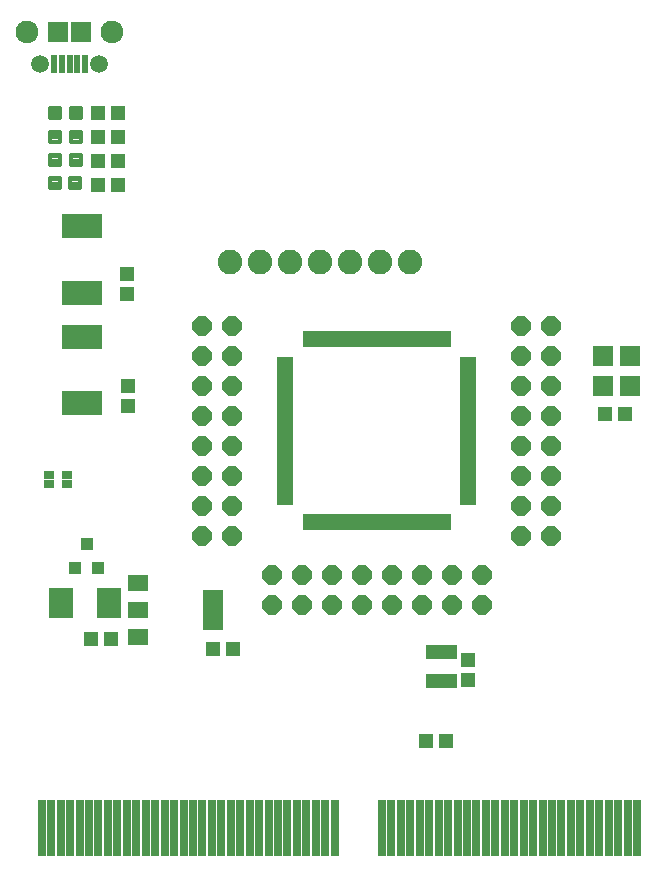
<source format=gts>
G75*
%MOIN*%
%OFA0B0*%
%FSLAX25Y25*%
%IPPOS*%
%LPD*%
%AMOC8*
5,1,8,0,0,1.08239X$1,22.5*
%
%ADD10R,0.05131X0.04737*%
%ADD11C,0.01421*%
%ADD12R,0.06706X0.07099*%
%ADD13R,0.04737X0.05131*%
%ADD14R,0.05524X0.01981*%
%ADD15R,0.01981X0.05524*%
%ADD16R,0.13398X0.07887*%
%ADD17R,0.02572X0.04737*%
%ADD18R,0.06706X0.06902*%
%ADD19R,0.02375X0.06115*%
%ADD20C,0.05950*%
%ADD21C,0.07591*%
%ADD22R,0.03556X0.02572*%
%ADD23R,0.03900X0.04300*%
%ADD24R,0.07887X0.10249*%
%ADD25R,0.07099X0.05524*%
%ADD26R,0.07099X0.13792*%
%ADD27OC8,0.06400*%
%ADD28R,0.03162X0.18517*%
%ADD29C,0.08200*%
D10*
X0038672Y0077640D03*
X0045365Y0077640D03*
X0079546Y0074216D03*
X0086239Y0074216D03*
X0150565Y0043421D03*
X0157258Y0043421D03*
X0210116Y0152542D03*
X0216809Y0152542D03*
X0047673Y0228812D03*
X0040980Y0228812D03*
X0041064Y0236865D03*
X0047757Y0236865D03*
X0047750Y0244903D03*
X0041057Y0244903D03*
X0041026Y0252995D03*
X0047719Y0252995D03*
D11*
X0035462Y0254510D02*
X0035462Y0251194D01*
X0032146Y0251194D01*
X0032146Y0254510D01*
X0035462Y0254510D01*
X0035462Y0252614D02*
X0032146Y0252614D01*
X0032146Y0254034D02*
X0035462Y0254034D01*
X0028557Y0254510D02*
X0028557Y0251194D01*
X0025241Y0251194D01*
X0025241Y0254510D01*
X0028557Y0254510D01*
X0028557Y0252614D02*
X0025241Y0252614D01*
X0025241Y0254034D02*
X0028557Y0254034D01*
X0028486Y0246642D02*
X0028486Y0243326D01*
X0025170Y0243326D01*
X0025170Y0246642D01*
X0028486Y0246642D01*
X0028486Y0244746D02*
X0025170Y0244746D01*
X0025170Y0246166D02*
X0028486Y0246166D01*
X0035392Y0246642D02*
X0035392Y0243326D01*
X0032076Y0243326D01*
X0032076Y0246642D01*
X0035392Y0246642D01*
X0035392Y0244746D02*
X0032076Y0244746D01*
X0032076Y0246166D02*
X0035392Y0246166D01*
X0035465Y0238938D02*
X0035465Y0235622D01*
X0032149Y0235622D01*
X0032149Y0238938D01*
X0035465Y0238938D01*
X0035465Y0237042D02*
X0032149Y0237042D01*
X0032149Y0238462D02*
X0035465Y0238462D01*
X0028559Y0238938D02*
X0028559Y0235622D01*
X0025243Y0235622D01*
X0025243Y0238938D01*
X0028559Y0238938D01*
X0028559Y0237042D02*
X0025243Y0237042D01*
X0025243Y0238462D02*
X0028559Y0238462D01*
X0028386Y0231290D02*
X0028386Y0227974D01*
X0025070Y0227974D01*
X0025070Y0231290D01*
X0028386Y0231290D01*
X0028386Y0229394D02*
X0025070Y0229394D01*
X0025070Y0230814D02*
X0028386Y0230814D01*
X0035292Y0231290D02*
X0035292Y0227974D01*
X0031976Y0227974D01*
X0031976Y0231290D01*
X0035292Y0231290D01*
X0035292Y0229394D02*
X0031976Y0229394D01*
X0031976Y0230814D02*
X0035292Y0230814D01*
D12*
X0209376Y0171733D03*
X0218431Y0171733D03*
X0218431Y0161891D03*
X0209376Y0161891D03*
D13*
X0164629Y0070522D03*
X0164629Y0063829D03*
X0051062Y0155227D03*
X0051062Y0161920D03*
X0050747Y0192536D03*
X0050747Y0199229D03*
D14*
X0103531Y0170558D03*
X0103531Y0168590D03*
X0103531Y0166621D03*
X0103531Y0164653D03*
X0103531Y0162684D03*
X0103531Y0160716D03*
X0103531Y0158747D03*
X0103531Y0156779D03*
X0103531Y0154810D03*
X0103531Y0152842D03*
X0103531Y0150873D03*
X0103531Y0148905D03*
X0103531Y0146936D03*
X0103531Y0144968D03*
X0103531Y0142999D03*
X0103531Y0141031D03*
X0103531Y0139062D03*
X0103531Y0137094D03*
X0103531Y0135125D03*
X0103531Y0133157D03*
X0103531Y0131188D03*
X0103531Y0129220D03*
X0103531Y0127251D03*
X0103531Y0125283D03*
X0103531Y0123314D03*
X0164555Y0123314D03*
X0164555Y0125283D03*
X0164555Y0127251D03*
X0164555Y0129220D03*
X0164555Y0131188D03*
X0164555Y0133157D03*
X0164555Y0135125D03*
X0164555Y0137094D03*
X0164555Y0139062D03*
X0164555Y0141031D03*
X0164555Y0142999D03*
X0164555Y0144968D03*
X0164555Y0146936D03*
X0164555Y0148905D03*
X0164555Y0150873D03*
X0164555Y0152842D03*
X0164555Y0154810D03*
X0164555Y0156779D03*
X0164555Y0158747D03*
X0164555Y0160716D03*
X0164555Y0162684D03*
X0164555Y0164653D03*
X0164555Y0166621D03*
X0164555Y0168590D03*
X0164555Y0170558D03*
D15*
X0157665Y0177448D03*
X0155696Y0177448D03*
X0153728Y0177448D03*
X0151759Y0177448D03*
X0149791Y0177448D03*
X0147822Y0177448D03*
X0145854Y0177448D03*
X0143885Y0177448D03*
X0141917Y0177448D03*
X0139948Y0177448D03*
X0137980Y0177448D03*
X0136011Y0177448D03*
X0134043Y0177448D03*
X0132074Y0177448D03*
X0130106Y0177448D03*
X0128137Y0177448D03*
X0126169Y0177448D03*
X0124200Y0177448D03*
X0122232Y0177448D03*
X0120263Y0177448D03*
X0118295Y0177448D03*
X0116326Y0177448D03*
X0114358Y0177448D03*
X0112389Y0177448D03*
X0110421Y0177448D03*
X0110421Y0116424D03*
X0112389Y0116424D03*
X0114358Y0116424D03*
X0116326Y0116424D03*
X0118295Y0116424D03*
X0120263Y0116424D03*
X0122232Y0116424D03*
X0124200Y0116424D03*
X0126169Y0116424D03*
X0128137Y0116424D03*
X0130106Y0116424D03*
X0132074Y0116424D03*
X0134043Y0116424D03*
X0136011Y0116424D03*
X0137980Y0116424D03*
X0139948Y0116424D03*
X0141917Y0116424D03*
X0143885Y0116424D03*
X0145854Y0116424D03*
X0147822Y0116424D03*
X0149791Y0116424D03*
X0151759Y0116424D03*
X0153728Y0116424D03*
X0155696Y0116424D03*
X0157665Y0116424D03*
D16*
X0035787Y0156099D03*
X0035787Y0178146D03*
X0035787Y0193039D03*
X0035787Y0215087D03*
D17*
X0151666Y0073268D03*
X0154225Y0073268D03*
X0156784Y0073268D03*
X0159343Y0073268D03*
X0159343Y0063622D03*
X0156784Y0063622D03*
X0154225Y0063622D03*
X0151666Y0063622D03*
D18*
X0035594Y0279820D03*
X0027720Y0279820D03*
D19*
X0026539Y0269190D03*
X0029098Y0269190D03*
X0031657Y0269190D03*
X0034216Y0269190D03*
X0036775Y0269190D03*
D20*
X0041499Y0269190D03*
X0021814Y0269190D03*
D21*
X0017493Y0279820D03*
X0045820Y0279820D03*
D22*
X0030860Y0132344D03*
X0030860Y0129195D03*
X0024758Y0129195D03*
X0024758Y0132344D03*
D23*
X0037383Y0109244D03*
X0041183Y0101244D03*
X0033583Y0101244D03*
D24*
X0028911Y0089407D03*
X0044856Y0089407D03*
D25*
X0054329Y0087153D03*
X0054329Y0078098D03*
X0054329Y0096208D03*
D26*
X0079526Y0087153D03*
D27*
X0099043Y0088786D03*
X0109043Y0088786D03*
X0119043Y0088786D03*
X0129043Y0088786D03*
X0139043Y0088786D03*
X0149043Y0088786D03*
X0159043Y0088786D03*
X0169043Y0088786D03*
X0169043Y0098786D03*
X0159043Y0098786D03*
X0149043Y0098786D03*
X0139043Y0098786D03*
X0129043Y0098786D03*
X0119043Y0098786D03*
X0109043Y0098786D03*
X0099043Y0098786D03*
X0085893Y0111936D03*
X0085893Y0121936D03*
X0075893Y0121936D03*
X0075893Y0111936D03*
X0075893Y0131936D03*
X0075893Y0141936D03*
X0075893Y0151936D03*
X0075893Y0161936D03*
X0075893Y0171936D03*
X0075893Y0181936D03*
X0085893Y0181936D03*
X0085893Y0171936D03*
X0085893Y0161936D03*
X0085893Y0151936D03*
X0085893Y0141936D03*
X0085893Y0131936D03*
X0182192Y0131936D03*
X0182192Y0141936D03*
X0192192Y0141936D03*
X0192192Y0131936D03*
X0192192Y0121936D03*
X0182192Y0121936D03*
X0182192Y0111936D03*
X0192192Y0111936D03*
X0192192Y0151936D03*
X0182192Y0151936D03*
X0182192Y0161936D03*
X0192192Y0161936D03*
X0192192Y0171936D03*
X0182192Y0171936D03*
X0182192Y0181936D03*
X0192192Y0181936D03*
D28*
X0022408Y0014449D03*
X0025558Y0014449D03*
X0028707Y0014449D03*
X0031857Y0014449D03*
X0035007Y0014449D03*
X0038156Y0014449D03*
X0041306Y0014449D03*
X0044455Y0014449D03*
X0047605Y0014449D03*
X0050755Y0014449D03*
X0053904Y0014449D03*
X0057054Y0014449D03*
X0060203Y0014449D03*
X0063353Y0014449D03*
X0066503Y0014449D03*
X0069652Y0014449D03*
X0072802Y0014449D03*
X0075951Y0014449D03*
X0079101Y0014449D03*
X0082251Y0014449D03*
X0085400Y0014449D03*
X0088550Y0014449D03*
X0091699Y0014449D03*
X0094849Y0014449D03*
X0097999Y0014449D03*
X0101148Y0014449D03*
X0104298Y0014449D03*
X0107447Y0014449D03*
X0110597Y0014449D03*
X0113747Y0014449D03*
X0116896Y0014449D03*
X0120046Y0014449D03*
X0135794Y0014449D03*
X0138944Y0014449D03*
X0142093Y0014449D03*
X0145243Y0014449D03*
X0148392Y0014449D03*
X0151542Y0014449D03*
X0154692Y0014449D03*
X0157841Y0014449D03*
X0160991Y0014449D03*
X0164140Y0014449D03*
X0167290Y0014449D03*
X0170440Y0014449D03*
X0173589Y0014449D03*
X0176739Y0014449D03*
X0179888Y0014449D03*
X0183038Y0014449D03*
X0186188Y0014449D03*
X0189337Y0014449D03*
X0192487Y0014449D03*
X0195636Y0014449D03*
X0198786Y0014449D03*
X0201936Y0014449D03*
X0205085Y0014449D03*
X0208235Y0014449D03*
X0211384Y0014449D03*
X0214534Y0014449D03*
X0217684Y0014449D03*
X0220833Y0014449D03*
D29*
X0145100Y0203118D03*
X0135100Y0203118D03*
X0125100Y0203118D03*
X0115100Y0203118D03*
X0105100Y0203118D03*
X0095100Y0203118D03*
X0085100Y0203118D03*
M02*

</source>
